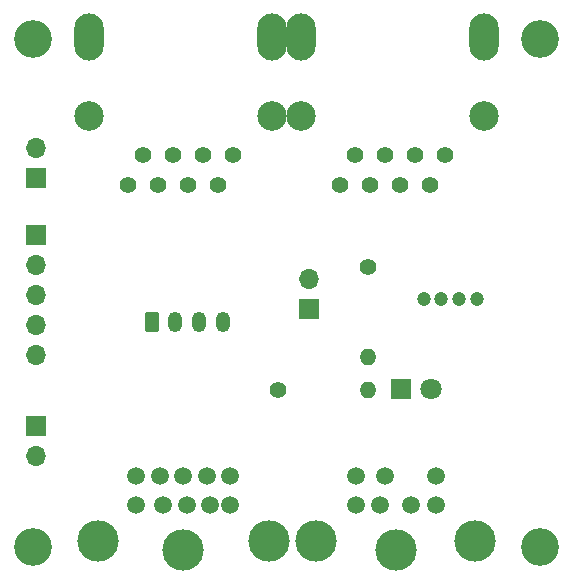
<source format=gbs>
G04 #@! TF.GenerationSoftware,KiCad,Pcbnew,6.0.11-2627ca5db0~126~ubuntu22.04.1*
G04 #@! TF.CreationDate,2023-03-04T00:28:54+01:00*
G04 #@! TF.ProjectId,mini-adapter,6d696e69-2d61-4646-9170-7465722e6b69,rev?*
G04 #@! TF.SameCoordinates,Original*
G04 #@! TF.FileFunction,Soldermask,Bot*
G04 #@! TF.FilePolarity,Negative*
%FSLAX46Y46*%
G04 Gerber Fmt 4.6, Leading zero omitted, Abs format (unit mm)*
G04 Created by KiCad (PCBNEW 6.0.11-2627ca5db0~126~ubuntu22.04.1) date 2023-03-04 00:28:54*
%MOMM*%
%LPD*%
G01*
G04 APERTURE LIST*
G04 Aperture macros list*
%AMRoundRect*
0 Rectangle with rounded corners*
0 $1 Rounding radius*
0 $2 $3 $4 $5 $6 $7 $8 $9 X,Y pos of 4 corners*
0 Add a 4 corners polygon primitive as box body*
4,1,4,$2,$3,$4,$5,$6,$7,$8,$9,$2,$3,0*
0 Add four circle primitives for the rounded corners*
1,1,$1+$1,$2,$3*
1,1,$1+$1,$4,$5*
1,1,$1+$1,$6,$7*
1,1,$1+$1,$8,$9*
0 Add four rect primitives between the rounded corners*
20,1,$1+$1,$2,$3,$4,$5,0*
20,1,$1+$1,$4,$5,$6,$7,0*
20,1,$1+$1,$6,$7,$8,$9,0*
20,1,$1+$1,$8,$9,$2,$3,0*%
G04 Aperture macros list end*
%ADD10C,1.400000*%
%ADD11O,1.400000X1.400000*%
%ADD12C,2.500000*%
%ADD13O,2.500000X4.000000*%
%ADD14R,1.700000X1.700000*%
%ADD15O,1.700000X1.700000*%
%ADD16C,3.200000*%
%ADD17RoundRect,0.250000X-0.350000X-0.625000X0.350000X-0.625000X0.350000X0.625000X-0.350000X0.625000X0*%
%ADD18O,1.200000X1.750000*%
%ADD19R,1.800000X1.800000*%
%ADD20C,1.800000*%
%ADD21C,1.500000*%
%ADD22C,3.500000*%
%ADD23C,1.200000*%
G04 APERTURE END LIST*
D10*
X142875000Y-97790000D03*
D11*
X142875000Y-105410000D03*
D10*
X131445000Y-88342000D03*
X130175000Y-90882000D03*
X128905000Y-88342000D03*
X127635000Y-90882000D03*
X126365000Y-88342000D03*
X125095000Y-90882000D03*
X123825000Y-88342000D03*
X122555000Y-90882000D03*
D12*
X134750000Y-85052000D03*
D13*
X134750000Y-78335200D03*
D12*
X119250000Y-85052000D03*
D13*
X119250000Y-78335200D03*
D14*
X114808000Y-111247000D03*
D15*
X114808000Y-113787000D03*
D16*
X114500000Y-78500000D03*
D10*
X135255000Y-108204000D03*
D11*
X142875000Y-108204000D03*
D16*
X114500000Y-121500000D03*
D17*
X124587000Y-102489000D03*
D18*
X126587000Y-102489000D03*
X128587000Y-102489000D03*
X130587000Y-102489000D03*
D16*
X157500000Y-78500000D03*
D19*
X145725000Y-108170000D03*
D20*
X148265000Y-108170000D03*
D16*
X157500000Y-121500000D03*
D14*
X137922000Y-101351000D03*
D15*
X137922000Y-98811000D03*
D14*
X114808000Y-95123000D03*
D15*
X114808000Y-97663000D03*
X114808000Y-100203000D03*
X114808000Y-102743000D03*
X114808000Y-105283000D03*
D21*
X146550000Y-118000000D03*
X143950000Y-118000000D03*
X148650000Y-118000000D03*
X141850000Y-118000000D03*
X148650000Y-115500000D03*
X144350000Y-115500000D03*
X141850000Y-115500000D03*
D22*
X138500000Y-121000000D03*
X145250000Y-121800000D03*
X152000000Y-121000000D03*
D21*
X129550000Y-118000000D03*
X127550000Y-118000000D03*
X125550000Y-118000000D03*
X131200000Y-118000000D03*
X129250000Y-115500000D03*
X127250000Y-115500000D03*
X123300000Y-118000000D03*
X131200000Y-115500000D03*
X125250000Y-115500000D03*
X123300000Y-115500000D03*
D22*
X120000000Y-121000000D03*
X127250000Y-121800000D03*
X134500000Y-121000000D03*
D10*
X149427000Y-88342000D03*
X148157000Y-90882000D03*
X146887000Y-88342000D03*
X145617000Y-90882000D03*
X144347000Y-88342000D03*
X143077000Y-90882000D03*
X141807000Y-88342000D03*
X140537000Y-90882000D03*
D13*
X152732000Y-78335200D03*
X137232000Y-78335200D03*
D12*
X137232000Y-85052000D03*
X152732000Y-85052000D03*
D23*
X147610000Y-100515000D03*
X149110000Y-100515000D03*
X150610000Y-100515000D03*
X152110000Y-100515000D03*
D14*
X114808000Y-90302000D03*
D15*
X114808000Y-87762000D03*
M02*

</source>
